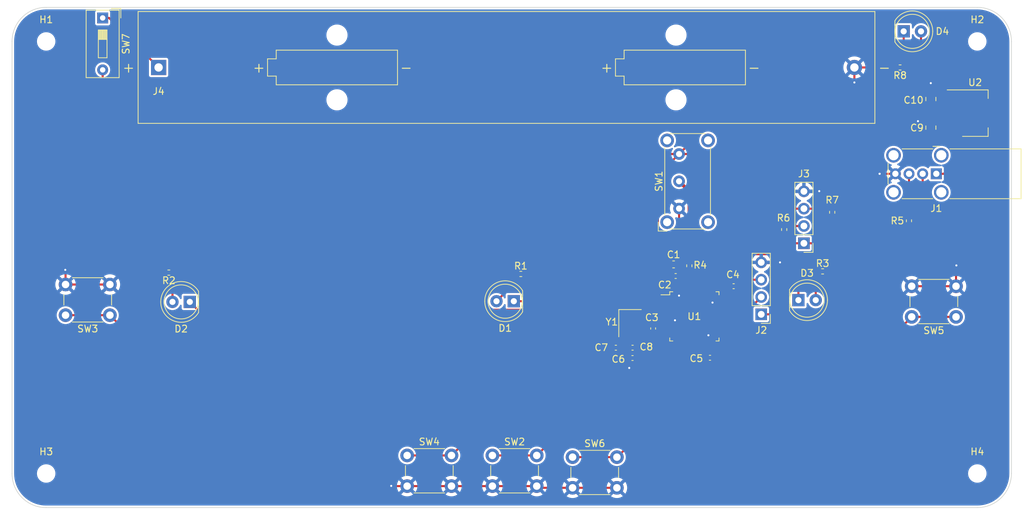
<source format=kicad_pcb>
(kicad_pcb (version 20211014) (generator pcbnew)
  (title_block (title "Chess Clock PCB") (date "2022-08-18") (rev "v1.0") (company "Lesly Montúfar - UFU"))
  (layers (0 "F.Cu" signal) (31 "B.Cu" signal) (34 "B.Paste" user) (35 "F.Paste" user) (36 "B.SilkS" user "B.Silkscreen") (37 "F.SilkS" user "F.Silkscreen") (38 "B.Mask" user) (39 "F.Mask" user) (44 "Edge.Cuts" user))
  (net 0 "")
  (net 1 "+3V3")
  (net 2 "GND")
  (net 3 "VBUS")
  (net 4 "/NRST")
  (net 5 "/HSE_IN")
  (net 6 "/HSE_OUT")
  (net 7 "/LED")
  (net 8 "Net-(D1-Pad2)")
  (net 9 "/LED_J1")
  (net 10 "Net-(D2-Pad2)")
  (net 11 "/LED_J2")
  (net 12 "Net-(D3-Pad2)")
  (net 13 "Net-(D4-Pad1)")
  (net 14 "/USB_D-")
  (net 15 "/SWDIO")
  (net 16 "/SWCLK")
  (net 17 "/I2C1_SCL")
  (net 18 "/I2C1_SDA")
  (net 19 "Net-(R4-Pad1)")
  (net 20 "/BOOT0")
  (net 21 "/BUTTON_J1")
  (net 22 "/BUTTON_J2")
  (net 23 "/USB_D+")
  (net 26 "Net-(J4-Pad1)")
  (net 27 "/BUTTON_PLAY")
  (net 28 "/BUTTON_MINUS")
  (net 44 "/BUTTON_PLUS")
  (footprint "Resistor_SMD:R_0402_1005Metric" (layer "F.Cu") (at 205.2 66.4 180)
    (fp_text reference "R8" (at 0 -1.17) (layer "F.SilkS"))
    (fp_text value "1k5")
    (pad "1" smd roundrect (at -0.51 0 180) (size 0.54 0.64) (layers "F.Cu" "F.Paste" "F.Mask") (net 13 "Net-(D4-Pad1)"))
    (pad "2" smd roundrect (at 0.51 0 180) (size 0.54 0.64) (layers "F.Cu" "F.Paste" "F.Mask") (net 2 "GND"))
  )
  (footprint "MountingHole:MountingHole_2.1mm" (layer "F.Cu") (at 216.52 125.98)
    (fp_text reference "H4" (at 0 -3.2) (layer "F.SilkS"))
    (fp_text value "MountingHole")
    (pad "" np_thru_hole circle (at 0 0) (size 2.1 2.1) (drill 2.1) (layers *.Cu *.Mask))
  )
  (footprint "Button_Switch_THT:SW_DIP_SPSTx01_Slide_9.78x4.72mm_W7.62mm_P2.54mm" (layer "F.Cu") (at 88.3 59.1325 -90)
    (fp_text reference "SW7" (at 3.81 -3.42 90) (layer "F.SilkS"))
    (fp_text value "SW_Push")
    (pad "1" thru_hole rect (at 0 0 270) (size 1.6 1.6) (drill 0.8) (layers *.Cu *.Mask) (net 26 "Net-(J4-Pad1)"))
    (pad "2" thru_hole oval (at 7.62 0 270) (size 1.6 1.6) (drill 0.8) (layers *.Cu *.Mask) (net 1 "+3V3"))
  )
  (footprint "Button_Switch_THT:SW_PUSH_6mm" (layer "F.Cu") (at 157.185 123.58)
    (fp_text reference "SW6" (at 3.25 -2) (layer "F.SilkS"))
    (fp_text value "SW_Push")
    (pad "1" thru_hole circle (at 0 0 90) (size 2 2) (drill 1.1) (layers *.Cu *.Mask) (net 44 "/BUTTON_PLUS"))
    (pad "1" thru_hole circle (at 6.5 0 90) (size 2 2) (drill 1.1) (layers *.Cu *.Mask) (net 44 "/BUTTON_PLUS"))
    (pad "2" thru_hole circle (at 0 4.5 90) (size 2 2) (drill 1.1) (layers *.Cu *.Mask) (net 2 "GND"))
    (pad "2" thru_hole circle (at 6.5 4.5 90) (size 2 2) (drill 1.1) (layers *.Cu *.Mask) (net 2 "GND"))
  )
  (footprint "MountingHole:MountingHole_2.1mm" (layer "F.Cu") (at 80.02 62.58)
    (fp_text reference "H1" (at 0 -3.2) (layer "F.SilkS"))
    (fp_text value "MountingHole")
    (pad "" np_thru_hole circle (at 0 0) (size 2.1 2.1) (drill 2.1) (layers *.Cu *.Mask))
  )
  (footprint "Capacitor_SMD:C_0402_1005Metric" (layer "F.Cu") (at 169 104.7 90)
    (fp_text reference "C3" (at 1.6 -0.2 180) (layer "F.SilkS"))
    (fp_text value "100n")
    (pad "1" smd roundrect (at -0.48 0 90) (size 0.56 0.62) (layers "F.Cu" "F.Paste" "F.Mask") (net 1 "+3V3"))
    (pad "2" smd roundrect (at 0.48 0 90) (size 0.56 0.62) (layers "F.Cu" "F.Paste" "F.Mask") (net 2 "GND"))
  )
  (footprint "Capacitor_SMD:C_0603_1608Metric" (layer "F.Cu") (at 172 95.3)
    (fp_text reference "C1" (at 0 -1.43) (layer "F.SilkS"))
    (fp_text value "10u")
    (pad "1" smd roundrect (at -0.775 0) (size 0.9 0.95) (layers "F.Cu" "F.Paste" "F.Mask") (net 1 "+3V3"))
    (pad "2" smd roundrect (at 0.775 0) (size 0.9 0.95) (layers "F.Cu" "F.Paste" "F.Mask") (net 2 "GND"))
  )
  (footprint "Resistor_SMD:R_0402_1005Metric" (layer "F.Cu") (at 174.3 95.5 -90)
    (fp_text reference "R4" (at -0.1 -1.6) (layer "F.SilkS"))
    (fp_text value "10k")
    (pad "1" smd roundrect (at -0.51 0 270) (size 0.54 0.64) (layers "F.Cu" "F.Paste" "F.Mask") (net 19 "Net-(R4-Pad1)"))
    (pad "2" smd roundrect (at 0.51 0 270) (size 0.54 0.64) (layers "F.Cu" "F.Paste" "F.Mask") (net 20 "/BOOT0"))
  )
  (footprint "Connector_USB:USB_A_Wuerth_614004134726_Horizontal" (layer "F.Cu") (at 210.51 82 180)
    (fp_text reference "J1" (at 0 -5.08) (layer "F.SilkS"))
    (fp_text value "USB_A")
    (pad "1" thru_hole rect (at 0 0 180) (size 1.6 1.6) (drill 0.92) (layers *.Cu *.Mask) (net 3 "VBUS"))
    (pad "2" thru_hole circle (at 2 0 180) (size 1.6 1.6) (drill 0.92) (layers *.Cu *.Mask) (net 14 "/USB_D-"))
    (pad "3" thru_hole circle (at 4 0 180) (size 1.6 1.6) (drill 0.92) (layers *.Cu *.Mask) (net 23 "/USB_D+"))
    (pad "4" thru_hole circle (at 6 0 180) (size 1.6 1.6) (drill 0.92) (layers *.Cu *.Mask) (net 2 "GND"))
    (pad "5" thru_hole circle (at -0.73 2.72 180) (size 2.15 2.15) (drill 1.5) (layers *.Cu *.Mask))
    (pad "5" thru_hole circle (at 6.27 -2.72 180) (size 2.15 2.15) (drill 1.5) (layers *.Cu *.Mask))
    (pad "5" thru_hole circle (at 6.27 2.72 180) (size 2.15 2.15) (drill 1.5) (layers *.Cu *.Mask))
    (pad "5" thru_hole circle (at -0.73 -2.72 180) (size 2.15 2.15) (drill 1.5) (layers *.Cu *.Mask))
  )
  (footprint "Button_Switch_THT:SW_PUSH_6mm" (layer "F.Cu") (at 145.435 123.33)
    (fp_text reference "SW2" (at 3.25 -2) (layer "F.SilkS"))
    (fp_text value "SW_Push")
    (pad "1" thru_hole circle (at 0 0 90) (size 2 2) (drill 1.1) (layers *.Cu *.Mask) (net 27 "/BUTTON_PLAY"))
    (pad "1" thru_hole circle (at 6.5 0 90) (size 2 2) (drill 1.1) (layers *.Cu *.Mask) (net 27 "/BUTTON_PLAY"))
    (pad "2" thru_hole circle (at 6.5 4.5 90) (size 2 2) (drill 1.1) (layers *.Cu *.Mask) (net 2 "GND"))
    (pad "2" thru_hole circle (at 0 4.5 90) (size 2 2) (drill 1.1) (layers *.Cu *.Mask) (net 2 "GND"))
  )
  (footprint "Resistor_SMD:R_0402_1005Metric" (layer "F.Cu") (at 149.6 96.7)
    (fp_text reference "R1" (at 0 -1.17) (layer "F.SilkS"))
    (fp_text value "220")
    (pad "1" smd roundrect (at -0.51 0) (size 0.54 0.64) (layers "F.Cu" "F.Paste" "F.Mask") (net 8 "Net-(D1-Pad2)"))
    (pad "2" smd roundrect (at 0.51 0) (size 0.54 0.64) (layers "F.Cu" "F.Paste" "F.Mask") (net 1 "+3V3"))
  )
  (footprint "Battery:BatteryHolder_MPD_BC12AAPC_2xAA" (layer "F.Cu") (at 96.5 66.4)
    (fp_text reference "J4" (at 0 3.5) (layer "F.SilkS"))
    (fp_text value "Conn_01x02")
    (fp_text user "-" (at 106.4 0) (layer "F.SilkS") (effects (font (size 1.5 1.5))))
    (fp_text user "+" (at 14.705 0) (layer "F.SilkS") (effects (font (size 1.5 1.5))))
    (fp_text user "+" (at 65.705 0) (layer "F.SilkS") (effects (font (size 1.5 1.5))))
    (fp_text user "-" (at 87.295 0) (layer "F.SilkS") (effects (font (size 1.5 1.5))))
    (fp_text user "+" (at -4.4 0) (layer "F.SilkS") (effects (font (size 1.5 1.5))))
    (fp_text user "-" (at 36.295 0) (layer "F.SilkS") (effects (font (size 1.5 1.5))))
    (pad "" np_thru_hole circle (at 75.85 -4.75) (size 2.5 2.5) (drill 2.5) (layers *.Cu *.Mask))
    (pad "" np_thru_hole circle (at 26.15 -4.75) (size 2.5 2.5) (drill 2.5) (layers *.Cu *.Mask))
    (pad "" np_thru_hole circle (at 26.15 4.75) (size 2.5 2.5) (drill 2.5) (layers *.Cu *.Mask))
    (pad "" np_thru_hole circle (at 75.85 4.75) (size 2.5 2.5) (drill 2.5) (layers *.Cu *.Mask))
    (pad "1" thru_hole rect (at 0 0) (size 2.23 2.23) (drill 1.23) (layers *.Cu *.Mask) (net 26 "Net-(J4-Pad1)"))
    (pad "2" thru_hole circle (at 102 0) (size 2.23 2.23) (drill 1.23) (layers *.Cu *.Mask) (net 2 "GND"))
  )
  (footprint "Button_Switch_THT:SW_PUSH_6mm" (layer "F.Cu") (at 132.935 123.33)
    (fp_text reference "SW4" (at 3.25 -2) (layer "F.SilkS"))
    (fp_text value "SW_Push")
    (pad "1" thru_hole circle (at 6.5 0 90) (size 2 2) (drill 1.1) (layers *.Cu *.Mask) (net 28 "/BUTTON_MINUS"))
    (pad "1" thru_hole circle (at 0 0 90) (size 2 2) (drill 1.1) (layers *.Cu *.Mask) (net 28 "/BUTTON_MINUS"))
    (pad "2" thru_hole circle (at 0 4.5 90) (size 2 2) (drill 1.1) (layers *.Cu *.Mask) (net 2 "GND"))
    (pad "2" thru_hole circle (at 6.5 4.5 90) (size 2 2) (drill 1.1) (layers *.Cu *.Mask) (net 2 "GND"))
  )
  (footprint "MountingHole:MountingHole_2.1mm" (layer "F.Cu") (at 216.52 62.58)
    (fp_text reference "H2" (at 0 -3.2) (layer "F.SilkS"))
    (fp_text value "MountingHole")
    (pad "" np_thru_hole circle (at 0 0) (size 2.1 2.1) (drill 2.1) (layers *.Cu *.Mask))
  )
  (footprint "Capacitor_SMD:C_0805_2012Metric" (layer "F.Cu") (at 209.71 75.23 90)
    (fp_text reference "C9" (at -0.03 -2.04) (layer "F.SilkS"))
    (fp_text value "22u")
    (pad "1" smd roundrect (at -0.95 0 90) (size 1 1.45) (layers "F.Cu" "F.Paste" "F.Mask") (net 3 "VBUS"))
    (pad "2" smd roundrect (at 0.95 0 90) (size 1 1.45) (layers "F.Cu" "F.Paste" "F.Mask") (net 2 "GND"))
  )
  (footprint "Resistor_SMD:R_0402_1005Metric" (layer "F.Cu") (at 98 96.5 180)
    (fp_text reference "R2" (at 0 -1.17) (layer "F.SilkS"))
    (fp_text value "220")
    (pad "1" smd roundrect (at -0.51 0 180) (size 0.54 0.64) (layers "F.Cu" "F.Paste" "F.Mask") (net 10 "Net-(D2-Pad2)"))
    (pad "2" smd roundrect (at 0.51 0 180) (size 0.54 0.64) (layers "F.Cu" "F.Paste" "F.Mask") (net 1 "+3V3"))
  )
  (footprint "Capacitor_SMD:C_0805_2012Metric" (layer "F.Cu") (at 209.71 71.03 90)
    (fp_text reference "C10" (at -0.16 -2.54) (layer "F.SilkS"))
    (fp_text value "22u")
    (pad "1" smd roundrect (at -0.95 0 90) (size 1 1.45) (layers "F.Cu" "F.Paste" "F.Mask") (net 1 "+3V3"))
    (pad "2" smd roundrect (at 0.95 0 90) (size 1 1.45) (layers "F.Cu" "F.Paste" "F.Mask") (net 2 "GND"))
  )
  (footprint "Package_TO_SOT_SMD:SOT-223-3_TabPin2" (layer "F.Cu") (at 216.2 73.1)
    (fp_text reference "U2" (at 0 -4.5) (layer "F.SilkS"))
    (fp_text value "AMS1117-3.3")
    (pad "1" smd rect (at -3.15 -2.3) (size 2 1.5) (layers "F.Cu" "F.Paste" "F.Mask") (net 2 "GND"))
    (pad "2" smd rect (at 3.15 0) (size 2 3.8) (layers "F.Cu" "F.Paste" "F.Mask") (net 1 "+3V3"))
    (pad "2" smd rect (at -3.15 0) (size 2 1.5) (layers "F.Cu" "F.Paste" "F.Mask") (net 1 "+3V3"))
    (pad "3" smd rect (at -3.15 2.3) (size 2 1.5) (layers "F.Cu" "F.Paste" "F.Mask") (net 3 "VBUS"))
  )
  (footprint "LED_THT:LED_D5.0mm" (layer "F.Cu") (at 205.725 61.1)
    (fp_text reference "D4" (at 5.675 0) (layer "F.SilkS"))
    (fp_text value "BLUE")
    (pad "1" thru_hole rect (at 0 0) (size 1.8 1.8) (drill 0.9) (layers *.Cu *.Mask) (net 13 "Net-(D4-Pad1)"))
    (pad "2" thru_hole circle (at 2.54 0) (size 1.8 1.8) (drill 0.9) (layers *.Cu *.Mask) (net 1 "+3V3"))
  )
  (footprint "Connector_PinHeader_2.54mm:PinHeader_1x04_P2.54mm_Vertical" (layer "F.Cu") (at 184.8425 102.6225 180)
    (fp_text reference "J2" (at 0 -2.33) (layer "F.SilkS"))
    (fp_text value "Conn_01x04_Male")
    (pad "1" thru_hole rect (at 0 0 180) (size 1.7 1.7) (drill 1) (layers *.Cu *.Mask) (net 1 "+3V3"))
    (pad "2" thru_hole oval (at 0 2.54 180) (size 1.7 1.7) (drill 1) (layers *.Cu *.Mask) (net 15 "/SWDIO"))
    (pad "3" thru_hole oval (at 0 5.08 180) (size 1.7 1.7) (drill 1) (layers *.Cu *.Mask) (net 16 "/SWCLK"))
    (pad "4" thru_hole oval (at 0 7.62 180) (size 1.7 1.7) (drill 1) (layers *.Cu *.Mask) (net 2 "GND"))
  )
  (footprint "Connector_PinHeader_2.54mm:PinHeader_1x04_P2.54mm_Vertical" (layer "F.Cu") (at 191.1 92.2 180)
    (fp_text reference "J3" (at 0 10.2) (layer "F.SilkS"))
    (fp_text value "Conn_01x04_Male")
    (pad "1" thru_hole rect (at 0 0 180) (size 1.7 1.7) (drill 1) (layers *.Cu *.Mask) (net 1 "+3V3"))
    (pad "2" thru_hole oval (at 0 2.54 180) (size 1.7 1.7) (drill 1) (layers *.Cu *.Mask) (net 17 "/I2C1_SCL"))
    (pad "3" thru_hole oval (at 0 5.08 180) (size 1.7 1.7) (drill 1) (layers *.Cu *.Mask) (net 18 "/I2C1_SDA"))
    (pad "4" thru_hole oval (at 0 7.62 180) (size 1.7 1.7) (drill 1) (layers *.Cu *.Mask) (net 2 "GND"))
  )
  (footprint "Resistor_SMD:R_0402_1005Metric" (layer "F.Cu") (at 206.5 88.9 90)
    (fp_text reference "R5" (at 0 -1.7 180) (layer "F.SilkS"))
    (fp_text value "1k5")
    (pad "1" smd roundrect (at -0.51 0 90) (size 0.54 0.64) (layers "F.Cu" "F.Paste" "F.Mask") (net 1 "+3V3"))
    (pad "2" smd roundrect (at 0.51 0 90) (size 0.54 0.64) (layers "F.Cu" "F.Paste" "F.Mask") (net 23 "/USB_D+"))
  )
  (footprint "LED_THT:LED_D5.0mm" (layer "F.Cu") (at 190.2925 100.5425)
    (fp_text reference "D3" (at 1.27 -3.96) (layer "F.SilkS"))
    (fp_text value "GREEN")
    (pad "1" thru_hole rect (at 0 0) (size 1.8 1.8) (drill 0.9) (layers *.Cu *.Mask) (net 11 "/LED_J2"))
    (pad "2" thru_hole circle (at 2.54 0) (size 1.8 1.8) (drill 0.9) (layers *.Cu *.Mask) (net 12 "Net-(D3-Pad2)"))
  )
  (footprint "Button_Switch_THT:SW_PUSH_6mm" (layer "F.Cu") (at 213.4 103 180)
    (fp_text reference "SW5" (at 3.25 -2) (layer "F.SilkS"))
    (fp_text value "SW_Push")
    (pad "1" thru_hole circle (at 6.5 0 270) (size 2 2) (drill 1.1) (layers *.Cu *.Mask) (net 22 "/BUTTON_J2"))
    (pad "1" thru_hole circle (at 0 0 270) (size 2 2) (drill 1.1) (layers *.Cu *.Mask) (net 22 "/BUTTON_J2"))
    (pad "2" thru_hole circle (at 0 4.5 270) (size 2 2) (drill 1.1) (layers *.Cu *.Mask) (net 2 "GND"))
    (pad "2" thru_hole circle (at 6.5 4.5 270) (size 2 2) (drill 1.1) (layers *.Cu *.Mask) (net 2 "GND"))
  )
  (footprint "Package_QFP:LQFP-48_7x7mm_P0.5mm" (layer "F.Cu") (at 175.0425 102.9225)
    (fp_text reference "U1" (at -0.01 0.02) (layer "F.SilkS"))
    (fp_text value "STM32F103C8T6")
    (pad "1" smd roundrect (at -4.1625 -2.75) (size 1.475 0.3) (layers "F.Cu" "F.Paste" "F.Mask") (net 1 "+3V3"))
    (pad "2" smd roundrect (at -4.1625 -2.25) (size 1.475 0.3) (layers "F.Cu" "F.Paste" "F.Mask") (net 7 "/LED"))
    (pad "3" smd roundrect (at -4.1625 -1.75) (size 1.475 0.3) (layers "F.Cu" "F.Paste" "F.Mask") (net 9 "/LED_J1"))
    (pad "4" smd roundrect (at -4.1625 -1.25) (size 1.475 0.3) (layers "F.Cu" "F.Paste" "F.Mask"))
    (pad "5" smd roundrect (at -4.1625 -0.75) (size 1.475 0.3) (layers "F.Cu" "F.Paste" "F.Mask") (net 5 "/HSE_IN"))
    (pad "6" smd roundrect (at -4.1625 -0.25) (size 1.475 0.3) (layers "F.Cu" "F.Paste" "F.Mask") (net 6 "/HSE_OUT"))
    (pad "7" smd roundrect (at -4.1625 0.25) (size 1.475 0.3) (layers "F.Cu" "F.Paste" "F.Mask") (net 4 "/NRST"))
    (pad "8" smd roundrect (at -4.1625 0.75) (size 1.475 0.3) (layers "F.Cu" "F.Paste" "F.Mask") (net 2 "GND"))
    (pad "9" smd roundrect (at -4.1625 1.25) (size 1.475 0.3) (layers "F.Cu" "F.Paste" "F.Mask") (net 1 "+3V3"))
    (pad "10" smd roundrect (at -4.1625 1.75) (size 1.475 0.3) (layers "F.Cu" "F.Paste" "F.Mask"))
    (pad "11" smd roundrect (at -4.1625 2.25) (size 1.475 0.3) (layers "F.Cu" "F.Paste" "F.Mask"))
    (pad "12" smd roundrect (at -4.1625 2.75) (size 1.475 0.3) (layers "F.Cu" "F.Paste" "F.Mask"))
    (pad "13" smd roundrect (at -2.75 4.1625) (size 0.3 1.475) (layers "F.Cu" "F.Paste" "F.Mask") (net 21 "/BUTTON_J1"))
    (pad "14" smd roundrect (at -2.25 4.1625) (size 0.3 1.475) (layers "F.Cu" "F.Paste" "F.Mask") (net 28 "/BUTTON_MINUS"))
    (pad "15" smd roundrect (at -1.75 4.1625) (size 0.3 1.475) (layers "F.Cu" "F.Paste" "F.Mask") (net 27 "/BUTTON_PLAY"))
    (pad "16" smd roundrect (at -1.25 4.1625) (size 0.3 1.475) (layers "F.Cu" "F.Paste" "F.Mask") (net 44 "/BUTTON_PLUS"))
    (pad "17" smd roundrect (at -0.75 4.1625) (size 0.3 1.475) (layers "F.Cu" "F.Paste" "F.Mask"))
    (pad "18" smd roundrect (at -0.25 4.1625) (size 0.3 1.475) (layers "F.Cu" "F.Paste" "F.Mask"))
    (pad "19" smd roundrect (at 0.25 4.1625) (size 0.3 1.475) (layers "F.Cu" "F.Paste" "F.Mask"))
    (pad "20" smd roundrect (at 0.75 4.1625) (size 0.3 1.475) (layers "F.Cu" "F.Paste" "F.Mask"))
    (pad "21" smd roundrect (at 1.25 4.1625) (size 0.3 1.475) (layers "F.Cu" "F.Paste" "F.Mask"))
    (pad "22" smd roundrect (at 1.75 4.1625) (size 0.3 1.475) (layers "F.Cu" "F.Paste" "F.Mask"))
    (pad "23" smd roundrect (at 2.25 4.1625) (size 0.3 1.475) (layers "F.Cu" "F.Paste" "F.Mask") (net 2 "GND"))
    (pad "24" smd roundrect (at 2.75 4.1625) (size 0.3 1.475) (layers "F.Cu" "F.Paste" "F.Mask") (net 1 "+3V3"))
    (pad "25" smd roundrect (at 4.1625 2.75) (size 1.475 0.3) (layers "F.Cu" "F.Paste" "F.Mask"))
    (pad "26" smd roundrect (at 4.1625 2.25) (size 1.475 0.3) (layers "F.Cu" "F.Paste" "F.Mask"))
    (pad "27" smd roundrect (at 4.1625 1.75) (size 1.475 0.3) (layers "F.Cu" "F.Paste" "F.Mask"))
    (pad "28" smd roundrect (at 4.1625 1.25) (size 1.475 0.3) (layers "F.Cu" "F.Paste" "F.Mask") (net 22 "/BUTTON_J2"))
    (pad "29" smd roundrect (at 4.1625 0.75) (size 1.475 0.3) (layers "F.Cu" "F.Paste" "F.Mask"))
    (pad "30" smd roundrect (at 4.1625 0.25) (size 1.475 0.3) (layers "F.Cu" "F.Paste" "F.Mask"))
    (pad "31" smd roundrect (at 4.1625 -0.25) (size 1.475 0.3) (layers "F.Cu" "F.Paste" "F.Mask"))
    (pad "32" smd roundrect (at 4.1625 -0.75) (size 1.475 0.3) (layers "F.Cu" "F.Paste" "F.Mask") (net 14 "/USB_D-"))
    (pad "33" smd roundrect (at 4.1625 -1.25) (size 1.475 0.3) (layers "F.Cu" "F.Paste" "F.Mask") (net 23 "/USB_D+"))
    (pad "34" smd roundrect (at 4.1625 -1.75) (size 1.475 0.3) (layers "F.Cu" "F.Paste" "F.Mask") (net 15 "/SWDIO"))
    (pad "35" smd roundrect (at 4.1625 -2.25) (size 1.475 0.3) (layers "F.Cu" "F.Paste" "F.Mask") (net 2 "GND"))
    (pad "36" smd roundrect (at 4.1625 -2.75) (size 1.475 0.3) (layers "F.Cu" "F.Paste" "F.Mask") (net 1 "+3V3"))
    (pad "37" smd roundrect (at 2.75 -4.1625) (size 0.3 1.475) (layers "F.Cu" "F.Paste" "F.Mask") (net 16 "/SWCLK"))
    (pad "38" smd roundrect (at 2.25 -4.1625) (size 0.3 1.475) (layers "F.Cu" "F.Paste" "F.Mask"))
    (pad "39" smd roundrect (at 1.75 -4.1625) (size 0.3 1.475) (layers "F.Cu" "F.Paste" "F.Mask") (net 11 "/LED_J2"))
    (pad "40" smd roundrect (at 1.25 -4.1625) (size 0.3 1.475) (layers "F.Cu" "F.Paste" "F.Mask"))
    (pad "41" smd roundrect (at 0.75 -4.1625) (size 0.3 1.475) (layers "F.Cu" "F.Paste" "F.Mask"))
    (pad "42" smd roundrect (at 0.25 -4.1625) (size 0.3 1.475) (layers "F.Cu" "F.Paste" "F.Mask") (net 17 "/I2C1_SCL"))
    (pad "43" smd roundrect (at -0.25 -4.1625) (size 0.3 1.475) (layers "F.Cu" "F.Paste" "F.Mask") (net 18 "/I2C1_SDA"))
    (pad "44" smd roundrect (at -0.75 -4.1625) (size 0.3 1.475) (layers "F.Cu" "F.Paste" "F.Mask") (net 20 "/BOOT0"))
    (pad "45" smd roundrect (at -1.25 -4.1625) (size 0.3 1.475) (layers "F.Cu" "F.Paste" "F.Mask"))
    (pad "46" smd roundrect (at -1.75 -4.1625) (size 0.3 1.475) (layers "F.Cu" "F.Paste" "F.Mask"))
    (pad "47" smd roundrect (at -2.25 -4.1625) (size 0.3 1.475) (layers "F.Cu" "F.Paste" "F.Mask") (net 2 "GND"))
    (pad "48" smd roundrect (at -2.75 -4.1625) (size 0.3 1.475) (layers "F.Cu" "F.Paste" "F.Mask") (net 1 "+3V3"))
  )
  (footprint "Capacitor_SMD:C_0402_1005Metric" (layer "F.Cu") (at 172.3 97)
    (fp_text reference "C2" (at -1.6 1.3) (layer "F.SilkS"))
    (fp_text value "100n")
    (pad "1" smd roundrect (at -0.48 0) (size 0.56 0.62) (layers "F.Cu" "F.Paste" "F.Mask") (net 1 "+3V3"))
    (pad "2" smd roundrect (at 0.48 0) (size 0.56 0.62) (layers "F.Cu" "F.Paste" "F.Mask") (net 2 "GND"))
  )
  (footprint "Resistor_SMD:R_0402_1005Metric" (layer "F.Cu") (at 193.8425 96.3225)
    (fp_text reference "R3" (at 0 -1.17) (layer "F.SilkS"))
    (fp_text value "220")
    (pad "1" smd roundrect (at -0.51 0) (size 0.54 0.64) (layers "F.Cu" "F.Paste" "F.Mask") (net 12 "Net-(D3-Pad2)"))
    (pad "2" smd roundrect (at 0.51 0) (size 0.54 0.64) (layers "F.Cu" "F.Paste" "F.Mask") (net 1 "+3V3"))
  )
  (footprint "Capacitor_SMD:C_0402_1005Metric" (layer "F.Cu") (at 180.8 98.5)
    (fp_text reference "C4" (at -0.1 -1.7 180) (layer "F.SilkS"))
    (fp_text value "100n")
    (pad "1" smd roundrect (at -0.48 0) (size 0.56 0.62) (layers "F.Cu" "F.Paste" "F.Mask") (net 1 "+3V3"))
    (pad "2" smd roundrect (at 0.48 0) (size 0.56 0.62) (layers "F.Cu" "F.Paste" "F.Mask") (net 2 "GND"))
  )
  (footprint "Crystal:Crystal_SMD_3225-4Pin_3.2x2.5mm" (layer "F.Cu") (at 165.6125 103.9225 -90)
    (fp_text reference "Y1" (at -0.18 2.68 180) (layer "F.SilkS"))
    (fp_text value "16MHz")
    (pad "1" smd rect (at -1.1 0.85 270) (size 1.4 1.2) (layers "F.Cu" "F.Paste" "F.Mask") (net 5 "/HSE_IN"))
    (pad "2" smd rect (at 1.1 0.85 270) (size 1.4 1.2) (layers "F.Cu" "F.Paste" "F.Mask") (net 2 "GND"))
    (pad "3" smd rect (at 1.1 -0.85 270) (size 1.4 1.2) (layers "F.Cu" "F.Paste" "F.Mask") (net 6 "/HSE_OUT"))
    (pad "4" smd rect (at -1.1 -0.85 270) (size 1.4 1.2) (layers "F.Cu" "F.Paste" "F.Mask") (net 2 "GND"))
  )
  (footprint "Capacitor_SMD:C_0402_1005Metric" (layer "F.Cu") (at 165.9725 109.0325 180)
    (fp_text reference "C6" (at 2.0725 -0.1675 180) (layer "F.SilkS"))
    (fp_text value "100n")
    (pad "1" smd roundrect (at -0.48 0 180) (size 0.56 0.62) (layers "F.Cu" "F.Paste" "F.Mask") (net 4 "/NRST"))
    (pad "2" smd roundrect (at 0.48 0 180) (size 0.56 0.62) (layers "F.Cu" "F.Paste" "F.Mask") (net 2 "GND"))
  )
  (footprint "Button_Switch_THT:SW_E-Switch_EG1224_SPDT_Angled" (layer "F.Cu") (at 172.8 87.1 90)
    (fp_text reference "SW1" (at 4 -2.95 90) (layer "F.SilkS"))
    (fp_text value "SW_SPDT")
    (pad "" thru_hole circle (at 10 4.25 90) (size 2 2) (drill 1.2) (layers *.Cu *.Mask))
    (pad "" thru_hole circle (at -2 -1.75 90) (size 2 2) (drill 1.2) (layers *.Cu *.Mask))
    (pad "" thru_hole circle (at -2 4.25 90) (size 2 2) (drill 1.2) (layers *.Cu *.Mask))
    (pad "" thru_hole circle (at 10 -1.75 90) (size 2 2) (drill 1.2) (layers *.Cu *.Mask))
    (pad "1" thru_hole circle (at 0 0 90) (size 1.7 1.7) (drill 0.9) (layers *.Cu *.Mask) (net 2 "GND"))
    (pad "2" thru_hole circle (at 4 0 90) (size 1.7 1.7) (drill 0.9) (layers *.Cu *.Mask) (net 19 "Net-(R4-Pad1)"))
    (pad "3" thru_hole circle (at 8 0 90) (size 1.7 1.7) (drill 0.9) (layers *.Cu *.Mask) (net 1 "+3V3"))
  )
  (footprint "LED_THT:LED_D5.0mm" (layer "F.Cu") (at 101.075 100.8 180)
    (fp_text reference "D2" (at 1.27 -3.96) (layer "F.SilkS"))
    (fp_text value "GREEN")
    (pad "1" thru_hole rect (at 0 0 180) (size 1.8 1.8) (drill 0.9) (layers *.Cu *.Mask) (net 9 "/LED_J1"))
    (pad "2" thru_hole circle (at 2.54 0 180) (size 1.8 1.8) (drill 0.9) (layers *.Cu *.Mask) (net 10 "Net-(D2-Pad2)"))
  )
  (footprint "Capacitor_SMD:C_0402_1005Metric" (layer "F.Cu") (at 177.3325 109 180)
    (fp_text reference "C5" (at 2 -0.1) (layer "F.SilkS"))
    (fp_text value "100n")
    (pad "1" smd roundrect (at -0.48 0 180) (size 0.56 0.62) (layers "F.Cu" "F.Paste" "F.Mask") (net 1 "+3V3"))
    (pad "2" smd roundrect (at 0.48 0 180) (size 0.56 0.62) (layers "F.Cu" "F.Paste" "F.Mask") (net 2 "GND"))
  )
  (footprint "Resistor_SMD:R_0402_1005Metric" (layer "F.Cu") (at 188.21 90.18 -90)
    (fp_text reference "R6" (at -1.7 0.1) (layer "F.SilkS"))
    (fp_text value "1k5")
    (pad "1" smd roundrect (at -0.51 0 270) (size 0.54 0.64) (layers "F.Cu" "F.Paste" "F.Mask") (net 17 "/I2C1_SCL"))
    (pad "2" smd roundrect (at 0.51 0 270) (size 0.54 0.64) (layers "F.Cu" "F.Paste" "F.Mask") (net 1 "+3V3"))
  )
  (footprint "Capacitor_SMD:C_0402_1005Metric" (layer "F.Cu") (at 163.5325 107.5225)
    (fp_text reference "C7" (at -2.1325 -0.0225) (layer "F.SilkS"))
    (fp_text value "10p")
    (pad "1" smd roundrect (at -0.48 0) (size 0.56 0.62) (layers "F.Cu" "F.Paste" "F.Mask") (net 5 "/HSE_IN"))
    (pad "2" smd roundrect (at 0.48 0) (size 0.56 0.62) (layers "F.Cu" "F.Paste" "F.Mask") (net 2 "GND"))
  )
  (footprint "LED_THT:LED_D5.0mm" (layer "F.Cu") (at 148.575 100.7 180)
    (fp_text reference "D1" (at 1.27 -3.96) (layer "F.SilkS"))
    (fp_text value "RED")
    (pad "1" thru_hole rect (at 0 0 180) (size 1.8 1.8) (drill 0.9) (layers *.Cu *.Mask) (net 7 "/LED"))
    (pad "2" thru_hole circle (at 2.54 0 180) (size 1.8 1.8) (drill 0.9) (layers *.Cu *.Mask) (net 8 "Net-(D1-Pad2)"))
  )
  (footprint "Capacitor_SMD:C_0402_1005Metric" (layer "F.Cu") (at 165.9825 107.5225 180)
    (fp_text reference "C8" (at -2.0175 0.1225 180) (layer "F.SilkS"))
    (fp_text value "10p")
    (pad "1" smd roundrect (at -0.48 0 180) (size 0.56 0.62) (layers "F.Cu" "F.Paste" "F.Mask") (net 6 "/HSE_OUT"))
    (pad "2" smd roundrect (at 0.48 0 180) (size 0.56 0.62) (layers "F.Cu" "F.Paste" "F.Mask") (net 2 "GND"))
  )
  (footprint "Resistor_SMD:R_0402_1005Metric" (layer "F.Cu") (at 195.2475 87.6475 -90)
    (fp_text reference "R7" (at -1.8 0) (layer "F.SilkS"))
    (fp_text value "1k5")
    (pad "1" smd roundrect (at -0.51 0 270) (size 0.54 0.64) (layers "F.Cu" "F.Paste" "F.Mask") (net 18 "/I2C1_SDA"))
    (pad "2" smd roundrect (at 0.51 0 270) (size 0.54 0.64) (layers "F.Cu" "F.Paste" "F.Mask") (net 1 "+3V3"))
  )
  (footprint "MountingHole:MountingHole_2.1mm" (layer "F.Cu") (at 80.02 125.98)
    (fp_text reference "H3" (at 0 -3.2) (layer "F.SilkS"))
    (fp_text value "MountingHole")
    (pad "" np_thru_hole circle (at 0 0) (size 2.1 2.1) (drill 2.1) (layers *.Cu *.Mask))
  )
  (footprint "Button_Switch_THT:SW_PUSH_6mm" (layer "F.Cu") (at 89.36 102.75 180)
    (fp_text reference "SW3" (at 3.25 -2) (layer "F.SilkS"))
    (fp_text value "SW_Push")
    (pad "1" thru_hole circle (at 0 0 270) (size 2 2) (drill 1.1) (layers *.Cu *.Mask) (net 21 "/BUTTON_J1"))
    (pad "1" thru_hole circle (at 6.5 0 270) (size 2 2) (drill 1.1) (layers *.Cu *.Mask) (net 21 "/BUTTON_J1"))
    (pad "2" thru_hole circle (at 0 4.5 270) (size 2 2) (drill 1.1) (layers *.Cu *.Mask) (net 2 "GND"))
    (pad "2" thru_hole circle (at 6.5 4.5 270) (size 2 2) (drill 1.1) (layers *.Cu *.Mask) (net 2 "GND"))
  )
  (gr_line (start 80.02 130.98) (end 216.52 130.98) (layer "Edge.Cuts") (width 0.1))
  (gr_arc (start 221.52 125.98) (mid 220.055534 129.515534) (end 216.52 130.98) (layer "Edge.Cuts") (width 0.1))
  (gr_arc (start 75.02 62.58) (mid 76.484466 59.044466) (end 80.02 57.58) (layer "Edge.Cuts") (width 0.1))
  (gr_line (start 221.52 125.98) (end 221.52 62.58) (layer "Edge.Cuts") (width 0.1))
  (gr_line (start 75.02 125.98) (end 75.02 62.58) (layer "Edge.Cuts") (width 0.1))
  (gr_arc (start 216.52 57.58) (mid 220.055534 59.044466) (end 221.52 62.58) (layer "Edge.Cuts") (width 0.1))
  (gr_line (start 80.02 57.58) (end 216.52 57.58) (layer "Edge.Cuts") (width 0.1))
  (gr_arc (start 80.02 130.98) (mid 76.478582 129.521417) (end 75.02 125.98) (layer "Edge.Cuts") (width 0.1))
  (segment (start 194.3525 96.3225) (end 195.765 94.91) (width 0.3) (layer "F.Cu") (net 1))
  (segment (start 171.82 97) (end 171.8 97) (width 0.3) (layer "F.Cu") (net 1))
  (segment (start 171.2 95.3) (end 169.7 93.8) (width 0.3) (layer "F.Cu") (net 1))
  (segment (start 176.5 101.2) (end 176.310252 101.010252) (width 0.3) (layer "F.Cu") (net 1))
  (segment (start 150.11 96.51) (end 150.11 96.7) (width 0.3) (layer "F.Cu") (net 1))
  (segment (start 167.4075 96.7) (end 170.88 100.1725) (width 0.3) (layer "F.Cu") (net 1))
  (segment (start 191.1 92.2) (end 189.72 92.2) (width 0.3) (layer "F.Cu") (net 1))
  (segment (start 201 94.91) (end 193.2875 102.6225) (width 0.3) (layer "F.Cu") (net 1))
  (segment (start 189.72 92.2) (end 188.21 90.69) (width 0.3) (layer "F.Cu") (net 1))
  (segment (start 208.265 70.535) (end 208.265 61.1) (width 0.3) (layer "F.Cu") (net 1))
  (segment (start 177.799511 107.077989) (end 177.799511 102.499511) (width 0.3) (layer "F.Cu") (net 1))
  (segment (start 179.205 99.595) (end 179.205 100.1725) (width 0.3) (layer "F.Cu") (net 1))
  (segment (start 169.042285 105.18) (end 169.79298 104.429305) (width 0.3) (layer "F.Cu") (net 1))
  (segment (start 177.1275 100.1725) (end 176.5 100.8) (width 0.3) (layer "F.Cu") (net 1))
  (segment (start 210.83 73.1) (end 213.05 73.1) (width 0.3) (layer "F.Cu") (net 1))
  (segment (start 171.717861 100.1725) (end 172.535109 100.989748) (width 0.3) (layer "F.Cu") (net 1))
  (segment (start 171.882761 104.17202) (end 171.910252 104.199511) (width 0.3) (layer "F.Cu") (net 1))
  (segment (start 172.535109 100.989748) (end 176.310252 100.989748) (width 0.3) (layer "F.Cu") (net 1))
  (segment (start 196.01 94.91) (end 196.31 94.91) (width 0.3) (layer "F.Cu") (net 1))
  (segment (start 195.2 79.1) (end 205.51 89.41) (width 0.3) (layer "F.Cu") (net 1))
  (segment (start 170.88 100.1725) (end 171.717861 100.1725) (width 0.3) (layer "F.Cu") (net 1))
  (segment (start 201 94.91) (end 206.5 89.41) (width 0.3) (layer "F.Cu") (net 1))
  (segment (start 179.205 100.1725) (end 177.1275 100.1725) (width 0.3) (layer "F.Cu") (net 1))
  (segment (start 88.3 88.2) (end 88.3 74.8) (width 0.3) (layer "F.Cu") (net 1))
  (segment (start 195.2475 88.1575) (end 195.2475 90.6525) (width 0.3) (layer "F.Cu") (net 1))
  (segment (start 88.3 74.8) (end 88.3 66.7525) (width 0.3) (layer "F.Cu") (net 1))
  (segment (start 209.71 71.98) (end 179.92 71.98) (width 0.3) (layer "F.Cu") (net 1))
  (segment (start 169.79298 104.421659) (end 170.042619 104.17202) (width 0.3) (layer "F.Cu") (net 1))
  (segment (start 195.2475 90.6525) (end 193.7 92.2) (width 0.3) (layer "F.Cu") (net 1))
  (segment (start 213.05 73.1) (end 219.35 73.1) (width 0.3) (layer "F.Cu") (net 1))
  (segment (start 96.6 96.5) (end 88.3 88.2) (width 0.3) (layer "F.Cu") (net 1))
  (segment (start 176.000489 104.199511) (end 177.7 102.5) (width 0.3) (layer "F.Cu") (net 1))
  (segment (start 176.5 100.8) (end 176.5 101.2) (width 0.3) (layer "F.Cu") (net 1))
  (segment (start 180.3 98.5) (end 179.205 99.595) (width 0.3) (layer "F.Cu") (net 1))
  (segment (start 171.910252 104.199511) (end 176.000489 104.199511) (width 0.3) (layer "F.Cu") (net 1))
  (segment (start 169.79298 104.429305) (end 169.79298 104.421659) (width 0.3) (layer "F.Cu") (net 1))
  (segment (start 177.7925 107.085) (end 177.799511 107.077989) (width 0.3) (layer "F.Cu") (net 1))
  (segment (start 171.1 96.3) (end 171.1 95.425) (width 0.3) (layer "F.Cu") (net 1))
  (segment (start 170.042619 104.17202) (end 171.882761 104.17202) (width 0.3) (layer "F.Cu") (net 1))
  (segment (start 169.7 82.2) (end 172.8 79.1) (width 0.3) (layer "F.Cu") (net 1))
  (segment (start 171.8 97) (end 171.1 96.3) (width 0.3) (layer "F.Cu") (net 1))
  (segment (start 171.82 97) (end 171.82 98.2875) (width 0.3) (layer "F.Cu") (net 1))
  (segment (start 196.31 94.81) (end 196.31 94.91) (width 0.3) (layer "F.Cu") (net 1))
  (segment (start 172.8 79.1) (end 92.6 79.1) (width 0.3) (layer "F.Cu") (net 1))
  (segment (start 196.31 94.91) (end 201 94.91) (width 0.3) (layer "F.Cu") (net 1))
  (segment (start 171.82 98.2875) (end 172.2925 98.76) (width 0.3) (layer "F.Cu") (net 1))
  (segment (start 195.765 94.91) (end 196.01 94.91) (width 0.3) (layer "F.Cu") (net 1))
  (segment (start 209.71 71.98) (end 208.265 70.535) (width 0.3) (layer "F.Cu") (net 1))
  (segment (start 205.51 89.41) (end 206.5 89.41) (width 0.3) (layer "F.Cu") (net 1))
  (segment (start 169.7 93.8) (end 169.7 82.2) (width 0.3) (layer "F.Cu") (net 1))
  (segment (start 98.79 95.2) (end 148.8 95.2) (width 0.3) (layer "F.Cu") (net 1))
  (segment (start 193.2875 102.6225) (end 184.8425 102.6225) (width 0.3) (layer "F.Cu") (net 1))
  (segment (start 179.92 71.98) (end 172.8 79.1) (width 0.3) (layer "F.Cu") (net 1))
  (segment (start 97.49 96.5) (end 98.79 95.2) (width 0.3) (layer "F.Cu") (net 1))
  (segment (start 180.32 98.5) (end 180.3 98.5) (width 0.3) (layer "F.Cu") (net 1))
  (segment (start 172.8 79.1) (end 195.2 79.1) (width 0.3) (layer "F.Cu") (net 1))
  (segment (start 171.1 95.425) (end 171.225 95.3) (width 0.3) (layer "F.Cu") (net 1))
  (segment (start 171.225 95.3) (end 171.2 95.3) (width 0.3) (layer "F.Cu") (net 1))
  (segment (start 176.310252 101.010252) (end 176.310252 100.989748) (width 0.3) (layer "F.Cu") (net 1))
  (segment (start 171.225 95.3) (end 171.1 95.3) (width 0.3) (layer "F.Cu") (net 1))
  (segment (start 193.7 92.2) (end 196.31 94.81) (width 0.3) (layer "F.Cu") (net 1))
  (segment (start 148.8 95.2) (end 150.11 96.51) (width 0.3) (layer "F.Cu") (net 1))
  (segment (start 191.1 92.2) (end 193.7 92.2) (width 0.3) (layer "F.Cu") (net 1))
  (segment (start 150.11 96.7) (end 167.4075 96.7) (width 0.3) (layer "F.Cu") (net 1))
  (segment (start 177.8125 109) (end 177.8125 107.105) (width 0.3) (layer "F.Cu") (net 1))
  (segment (start 177.799511 102.499511) (end 176.5 101.2) (width 0.3) (layer "F.Cu") (net 1))
  (segment (start 169 105.28) (end 169.042285 105.28) (width 0.3) (layer "F.Cu") (net 1))
  (segment (start 169 105.18) (end 169.042285 105.18) (width 0.3) (layer "F.Cu") (net 1))
  (segment (start 92.6 79.1) (end 88.3 74.8) (width 0.3) (layer "F.Cu") (net 1))
  (segment (start 209.71 71.98) (end 210.83 73.1) (width 0.3) (layer "F.Cu") (net 1))
  (segment (start 97.49 96.5) (end 96.6 96.5) (width 0.3) (layer "F.Cu") (net 1))
  (segment (start 177.8125 107.105) (end 177.7925 107.085) (width 0.3) (layer "F.Cu") (net 1))
  (segment (start 177.2925 105.8925) (end 177.1 105.7) (width 0.3) (layer "F.Cu") (net 2))
  (segment (start 172.78 95.305) (end 172.775 95.3) (width 0.3) (layer "F.Cu") (net 2))
  (segment (start 157.185 128.08) (end 152.185 128.08) (width 0.3) (layer "F.Cu") (net 2))
  (segment (start 172.775 96.995) (end 172.78 97) (width 0.3) (layer "F.Cu") (net 2))
  (segment (start 181.28 99.435361) (end 180.042861 100.6725) (width 0.3) (layer "F.Cu") (net 2))
  (segment (start 184.8425 95.0025) (end 187.5975 95.0025) (width 0.5) (layer "F.Cu") (net 2))
  (segment (start 177.2925 107.085) (end 177.2925 105.8925) (width 0.3) (layer "F.Cu") (net 2))
  (segment (start 165.5 110.5) (end 165.4925 110.4925) (width 0.3) (layer "F.Cu") (net 2))
  (segment (start 177.3 105.7) (end 177.1 105.7) (width 0.3) (layer "F.Cu") (net 2))
  (segment (start 165.4925 109.0325) (end 165.4925 107.5325) (width 0.3) (layer "F.Cu") (net 2))
  (segment (start 213.05 70.8) (end 210.43 70.8) (width 0.3) (layer "F.Cu") (net 2))
  (segment (start 209.71 68.71) (end 209.7 68.7) (width 0.3) (layer "F.Cu") (net 2))
  (segment (start 89.36 98.25) (end 82.86 98.25) (width 0.3) (layer "F.Cu") (net 2))
  (segment (start 165.4925 109.0325) (end 165.4925 110.4925) (width 0.3) (layer "F.Cu") (net 2))
  (segment (start 152.185 128.08) (end 151.935 127.83) (width 0.3) (layer "F.Cu") (net 2))
  (segment (start 204.51 82) (end 202.2 82) (width 0.3) (layer "F.Cu") (net 2))
  (segment (start 172.7925 97.0125) (end 172.7925 98.76) (width 0.3) (layer "F.Cu") (net 2))
  (segment (start 145.435 127.83) (end 151.935 127.83) (width 0.3) (layer "F.Cu") (net 2))
  (segment (start 177.2925 108.1075) (end 176.8525 108.5475) (width 0.3) (layer "F.Cu") (net 2))
  (segment (start 172.791179 99.808821) (end 172.791179 99.8813) (width 0.3) (layer "F.Cu") (net 2))
  (segment (start 204.69 66.4) (end 198.5 66.4) (width 0.3) (layer "F.Cu") (net 2))
  (segment (start 164.0125 105.7725) (end 164.7625 105.0225) (width 0.3) (layer "F.Cu") (net 2))
  (segment (start 172.78 97) (end 172.7925 97.0125) (width 0.3) (layer "F.Cu") (net 2))
  (segment (start 172.7925 98.76) (end 172.7925 99.7925) (width 0.3) (layer "F.Cu") (net 2))
  (segment (start 172.78 97) (end 172.78 95.305) (width 0.3) (layer "F.Cu") (net 2))
  (segment (start 132.935 127.83) (end 139.435 127.83) (width 0.3) (layer "F.Cu") (net 2))
  (segment (start 187.6 95) (end 187.5975 95.0025) (width 0.5) (layer "F.Cu") (net 2))
  (segment (start 169 104.3) (end 169.6275 103.6725) (width 0.3) (layer "F.Cu") (net 2))
  (segment (start 164.7625 104.723478) (end 166.4625 103.023478) (width 0.3) (layer "F.Cu") (net 2))
  (segment (start 181.28 98.5) (end 181.28 99.435361) (width 0.3) (layer "F.Cu") (net 2))
  (segment (start 164.0125 107.5225) (end 164.0125 105.7725) (width 0.3) (layer "F.Cu") (net 2))
  (segment (start 82.86 98.25) (end 82.86 96.14) (width 0.3) (layer "F.Cu") (net 2))
  (segment (start 157.185 128.08) (end 163.685 128.08) (width 0.3) (layer "F.Cu") (net 2))
  (segment (start 198.5 66.4) (end 198.5 68.6) (width 0.3) (layer "F.Cu") (net 2))
  (segment (start 172.8 95.275) (end 172.8 87.1) (width 0.3) (layer "F.Cu") (net 2))
  (segment (start 210.43 70.8) (end 209.71 70.08) (width 0.3) (layer "F.Cu") (net 2))
  (segment (start 172.8 99.8) (end 172.791179 99.808821) (width 0.3) (layer "F.Cu") (net 2))
  (segment (start 82.86 96.14) (end 82.82 96.1) (width 0.3) (layer "F.Cu") (net 2))
  (segment (start 172.7925 99.7925) (end 172.8 99.8) (width 0.3) (layer "F.Cu") (net 2))
  (segment (start 172.775 95.3) (end 172.8 95.275) (width 0.3) (layer "F.Cu") (net 2))
  (segment (start 209.71 74.28) (end 207.82 74.28) (width 0.3) (layer "F.Cu") (net 2))
  (segment (start 132.935 127.83) (end 130.63 127.83) (width 0.3) (layer "F.Cu") (net 2))
  (segment (start 130.63 127.83) (end 130.6 127.8) (width 0.3) (layer "F.Cu") (net 2))
  (segment (start 172.8 97.02) (end 172.78 97) (width 0.3) (layer "F.Cu") (net 2))
  (segment (start 213.4 98.5) (end 213.4 95.5) (width 0.3) (layer "F.Cu") (net 2))
  (segment (start 172.0275 103.6725) (end 170.88 103.6725) (width 0.3) (layer "F.Cu") (net 2))
  (segment (start 172.2 103.5) (end 172.0275 103.6725) (width 0.3) (layer "F.Cu") (net 2))
  (segment (start 165.4925 107.5325) (end 165.5025 107.5225) (width 0.3) (layer "F.Cu") (net 2))
  (segment (start 164.0125 107.5225) (end 165.5025 107.5225) (width 0.3) (layer "F.Cu") (net 2))
  (segment (start 209.71 70.08) (end 209.71 68.71) (width 0.3) (layer "F.Cu") (net 2))
  (segment (start 207.8 74.3) (end 207.82 74.28) (width 0.3) (layer "F.Cu") (net 2))
  (segment (start 213.4 95.5) (end 213.45 95.45) (width 0.3) (layer "F.Cu") (net 2))
  (segment (start 180.042861 100.6725) (end 179.205 100.6725) (width 0.3) (layer "F.Cu") (net 2))
  (segment (start 169 104.32) (end 169 104.3) (width 0.3) (layer "F.Cu") (net 2))
  (segment (start 177.7 100.9) (end 177.9275 100.6725) (width 0.3) (layer "F.Cu") (net 2))
  (segment (start 177.9275 100.6725) (end 179.205 100.6725) (width 0.3) (layer "F.Cu") (net 2))
  (segment (start 177.2925 107.085) (end 177.2925 108.1075) (width 0.3) (layer "F.Cu") (net 2))
  (segment (start 172.775 95.3) (end 172.5 95.025) (width 0.3) (layer "F.Cu") (net 2))
  (segment (start 176.8525 108.5475) (end 176.8525 109) (width 0.3) (layer "F.Cu") (net 2))
  (segment (start 206.9 98.5) (end 213.4 98.5) (width 0.3) (layer "F.Cu") (net 2))
  (segment (start 169.6275 103.6725) (end 170.88 103.6725) (width 0.3) (layer "F.Cu") (net 2))
  (segment (start 145.435 127.83) (end 139.435 127.83) (width 0.3) (layer "F.Cu") (net 2))
  (segment (start 166.4625 103.023478) (end 166.4625 102.8225) (width 0.3) (layer "F.Cu") (net 2))
  (segment (start 164.7625 105.0225) (end 164.7625 104.723478) (width 0.3) (layer "F.Cu") (net 2))
  (via (at 130.6 127.8) (size 0.7) (drill 0.3) (layers "F.Cu" "B.Cu") (net 2))
  (via (at 213.45 95.45) (size 0.7) (drill 0.3) (layers "F.Cu" "B.Cu") (net 2))
  (via (at 198.5 68.6) (size 0.7) (drill 0.3) (layers "F.Cu" "B.Cu") (net 2))
  (via (at 202.2 82) (size 0.7) (drill 0.3) (layers "F.Cu" "B.Cu") (net 2))
  (via (at 165.4925 110.4925) (size 0.7) (drill 0.3) (layers "F.Cu" "B.Cu") (net 2))
  (via (at 82.82 96.1) (size 0.7) (drill 0.3) (layers "F.Cu" "B.Cu") (net 2))
  (via (at 177.1 105.7) (size 0.7) (drill 0.3) (layers "F.Cu" "B.Cu") (net 2))
  (via (at 172.791179 99.8813) (size 0.7) (drill 0.3) (layers "F.Cu" "B.Cu") (net 2))
  (via (at 193.3475 84.5475) (size 0.7) (drill 0.3) (layers "F.Cu" "B.Cu") (net 2))
  (via (at 202.2 82) (size 0.7) (drill 0.3) (layers "F.Cu" "B.Cu") (net 2))
  (via (at 209.7 68.7) (size 0.7) (drill 0.3) (layers "F.Cu" "B.Cu") (net 2))
  (via (at 177.7 100.9) (size 0.7) (drill 0.3) (layers "F.Cu" "B.Cu") (net 2))
  (via (at 187.5975 95.0025) (size 0.7) (drill 0.3) (layers "F.Cu" "B.Cu") (net 2))
  (via (at 172.2 103.5) (size 0.7) (drill 0.3) (layers "F.Cu" "B.Cu") (net 2))
  (via (at 207.82 74.28) (size 0.7) (drill 0.3) (layers "F.Cu" "B.Cu") (net 2))
  (segment (start 191.1 84.58) (end 193.315 84.58) (width 0.5) (layer "B.Cu") (net 2))
  (segment (start 193.315 84.58) (end 193.3475 84.5475) (width 0.5) (layer "B.Cu") (net 2))
  (segment (start 213.05 80.56) (end 211.61 82) (width 0.3) (layer "F.Cu") (net 3))
  (segment (start 213.05 75.4) (end 213.05 80.56) (width 0.3) (layer "F.Cu") (net 3))
  (segment (start 210.49 75.4) (end 209.71 76.18) (width 0.3) (layer "F.Cu") (net 3))
  (segment (start 213.05 75.4) (end 210.49 75.4) (width 0.3) (layer "F.Cu") (net 3))
  (segment (start 211.61 82) (end 210.51 82) (width 0.3) (layer "F.Cu") (net 3))
  (segment (start 167.9 104.317715) (end 167.9 108.1) (width 0.3) (layer "F.Cu") (net 4))
  (segment (start 166.9675 109.0325) (end 166.4525 109.0325) (width 0.3) (layer "F.Cu") (net 4))
  (segment (start 170.88 103.1725) (end 169.045215 103.1725) (width 0.3) (layer "F.Cu") (net 4))
  (segment (start 169.045215 103.1725) (end 167.9 104.317715) (width 0.3) (layer "F.Cu") (net 4))
  (segment (start 167.9 108.1) (end 166.9675 109.0325) (width 0.3) (layer "F.Cu") (net 4))
  (segment (start 164.7625 102.8225) (end 164.7625 102.7225) (width 0.3) (layer "F.Cu") (net 5))
  (segment (start 164.7625 102.8225) (end 163.1 104.485) (width 0.3) (layer "F.Cu") (net 5))
  (segment (start 163.1 104.485) (end 163.1 107.475) (width 0.3) (layer "F.Cu") (net 5))
  (segment (start 169.891161 102.1725) (end 170.88 102.1725) (width 0.3) (layer "F.Cu") (net 5))
  (segment (start 165.712011 101.772989) (end 169.49165 101.772989) (width 0.3) (layer "F.Cu") (net 5))
  (segment (start 169.49165 101.772989) (end 169.891161 102.1725) (width 0.3) (layer "F.Cu") (net 5))
  (segment (start 164.7625 102.7225) (end 165.712011 101.772989) (width 0.3) (layer "F.Cu") (net 5))
  (segment (start 163.1 107.475) (end 163.0525 107.5225) (width 0.3) (layer "F.Cu") (net 5))
  (segment (start 166.4625 107.5225) (end 166.4625 105.0225) (width 0.3) (layer "F.Cu") (net 6))
  (segment (start 166.4625 105.0225) (end 168.8125 102.6725) (width 0.3) (layer "F.Cu") (net 6))
  (segment (start 168.8125 102.6725) (end 170.88 102.6725) (width 0.3) (layer "F.Cu") (net 6))
  (segment (start 168.445 100.7) (end 148.575 100.7) (width 0.3) (layer "F.Cu") (net 7))
  (segment (start 168.4725 100.6725) (end 168.445 100.7) (width 0.3) (layer "F.Cu") (net 7))
  (segment (start 170.88 100.6725) (end 168.4725 100.6725) (width 0.3) (layer "F.Cu") (net 7))
  (segment (start 149.09 97.645) (end 149.09 96.7) (width 0.3) (layer "F.Cu") (net 8))
  (segment (start 146.035 100.7) (end 149.09 97.645) (width 0.3) (layer "F.Cu") (net 8))
  (segment (start 101.075 100.8) (end 102.224511 101.949511) (width 0.3) (layer "F.Cu") (net 9))
  (segment (start 168.651907 101.19952) (end 168.679407 101.17202) (width 0.3) (layer "F.Cu") (net 9))
  (segment (start 171 101.17202) (end 170.99952 101.1725) (width 0.3) (layer "F.Cu") (net 9))
  (segment (start 168.679407 101.17202) (end 171 101.17202) (width 0.3) (layer "F.Cu") (net 9))
  (segment (start 170.99952 101.1725) (end 170.88 101.1725) (width 0.3) (layer "F.Cu") (net 9))
  (segment (start 102.224511 101.949511) (end 162.950489 101.949511) (width 0.3) (layer "F.Cu") (net 9))
  (segment (start 163.70048 101.19952) (end 168.651907 101.19952) (width 0.3) (layer "F.Cu") (net 9))
  (segment (start 162.950489 101.949511) (end 163.70048 101.19952) (width 0.3) (layer "F.Cu") (net 9))
  (segment (start 98.535 100.8) (end 98.535 96.525) (width 0.3) (layer "F.Cu") (net 10))
  (segment (start 98.535 96.525) (end 98.51 96.5) (width 0.3) (layer "F.Cu") (net 10))
  (segment (start 190.2925 96.6925) (end 187.402989 93.802989) (width 0.3) (layer "F.Cu") (net 11))
  (segment (start 180.79701 93.802989) (end 176.79202 97.807979) (width 0.3) (layer "F.Cu") (net 11))
  (segment (start 176.79202 97.807979) (end 176.79202 98.75952) (width 0.3) (layer "F.Cu") (net 11))
  (segment (start 176.79202 98.75952) (end 176.7925 98.76) (width 0.3) (layer "F.Cu") (net 11))
  (segment (start 187.402989 93.802989) (end 180.79701 93.802989) (width 0.3) (layer "F.Cu") (net 11))
  (segment (start 190.2925 100.5425) (end 190.2925 96.6925) (width 0.3) (layer "F.Cu") (net 11))
  (segment (start 193.3325 96.3225) (end 192.8325 96.8225) (width 0.3) (layer "F.Cu") (net 12))
  (segment (start 192.8325 96.8225) (end 192.8325 100.5425) (width 0.3) (layer "F.Cu") (net 12))
  (segment (start 205.725 66.385) (end 205.725 61.1) (width 0.3) (layer "F.Cu") (net 13))
  (segment (start 205.71 66.4) (end 205.725 66.385) (width 0.3) (layer "F.Cu") (net 13))
  (segment (start 208.51 91.79) (end 208.51 82) (width 0.3) (layer "F.Cu") (net 14))
  (segment (start 195.4 104.9) (end 208.51 91.79) (width 0.3) (layer "F.Cu") (net 14))
  (segment (start 180.042861 102.1725) (end 182.770361 104.9) (width 0.3) (layer "F.Cu") (net 14))
  (segment (start 182.770361 104.9) (end 195.4 104.9) (width 0.3) (layer "F.Cu") (net 14))
  (segment (start 179.205 102.1725) (end 180.042861 102.1725) (width 0.3) (layer "F.Cu") (net 14))
  (segment (start 183.75202 101.17298) (end 179.20548 101.17298) (width 0.3) (layer "F.Cu") (net 15))
  (segment (start 184.8425 100.0825) (end 183.75202 101.17298) (width 0.3) (layer "F.Cu") (net 15))
  (segment (start 179.20548 101.17298) (end 179.205 101.1725) (width 0.3) (layer "F.Cu") (net 15))
  (segment (start 184.8425 97.5425) (end 179.01 97.5425) (width 0.3) (layer "F.Cu") (net 16))
  (segment (start 179.01 97.5425) (end 177.7925 98.76) (width 0.3) (layer "F.Cu") (net 16))
  (segment (start 183.35 89.75) (end 175.2925 97.8075) (width 0.3) (layer "F.Cu") (net 17))
  (segment (start 183.43 89.67) (end 183.35 89.75) (width 0.3) (layer "F.Cu") (net 17))
  (segment (start 188.21 89.67) (end 183.43 89.67) (width 0.3) (layer "F.Cu") (net 17))
  (segment (start 175.2925 97.8075) (end 175.2925 98.76) (width 0.3) (layer "F.Cu") (net 17))
  (segment (start 188.21 89.67) (end 191.09 89.67) (width 0.3) (layer "F.Cu") (net 17))
  (segment (start 191.09 89.67) (end 191.1 89.66) (width 0.3) (layer "F.Cu") (net 17))
  (segment (start 195.2475 87.1375) (end 195.23 87.12) (width 0.3) (layer "F.Cu") (net 18))
  (segment (start 185.02 87.12) (end 185 87.1) (width 0.3) (layer "F.Cu") (net 18))
  (segment (start 195.23 87.12) (end 191.1 87.12) (width 0.3) (layer "F.Cu") (net 18))
  (segment (start 191.1 87.12) (end 185.02 87.12) (width 0.3) (layer "F.Cu") (net 18))
  (segment (start 174.7925 98.76) (end 174.7925 97.3075) (width 0.3) (layer "F.Cu") (net 18))
  (segment (start 174.7925 97.3075) (end 185 87.1) (width 0.3) (layer "F.Cu") (net 18))
  (segment (start 174.3 94.99) (end 174.3 84.6) (width 0.5) (layer "F.Cu") (net 19))
  (segment (start 174.3 84.6) (end 172.8 83.1) (width 0.5) (layer "F.Cu") (net 19))
  (segment (start 174.2925 98.76) (end 174.2925 96.6075) (width 0.3) (layer "F.Cu") (net 20))
  (segment (start 174.2925 96.6075) (end 174.3 96.6) (width 0.3) (layer "F.Cu") (net 20))
  (segment (start 174.3 96.6) (end 174.3 96.01) (width 0.3) (layer "F.Cu") (net 20))
  (segment (start 89.36 102.75) (end 82.86 102.75) (width 0.3) (layer "F.Cu") (net 21))
  (segment (start 89.36 102.75) (end 104.41 117.8) (width 0.3) (layer "F.Cu") (net 21))
  (segment (start 172.2925 110.9075) (end 172.2925 107.085) (width 0.3) (layer "F.Cu") (net 21))
  (segment (start 165.4 117.8) (end 172.2925 110.9075) (width 0.3) (layer "F.Cu") (net 21))
  (segment (start 104.41 117.8) (end 165.4 117.8) (width 0.3) (layer "F.Cu") (net 21))
  (segment (start 206.9 103) (end 204.2 105.7) (width 0.3) (layer "F.Cu") (net 22))
  (segment (start 180.2725 104.1725) (end 179.205 104.1725) (width 0.3) (layer "F.Cu") (net 22))
  (segment (start 213.4 103) (end 206.9 103) (width 0.3) (layer "F.Cu") (net 22))
  (segment (start 204.2 105.7) (end 181.8 105.7) (width 0.3) (layer "F.Cu") (net 22))
  (segment (start 181.8 105.7) (end 180.2725 104.1725) (width 0.3) (layer "F.Cu") (net 22))
  (segment (start 206.5 88.39) (end 206.51 88.38) (width 0.3) (layer "F.Cu") (net 23))
  (segment (start 207.4 89.29) (end 206.5 88.39) (width 0.3) (layer "F.Cu") (net 23))
  (segment (start 183.4 104) (end 194.2 104) (width 0.3) (layer "F.Cu") (net 23))
  (segment (start 179.205 101.6725) (end 181.0725 101.6725) (width 0.3) (layer "F.Cu") (net 23))
  (segment (start 206.51 88.38) (end 206.51 82) (width 0.3) (layer "F.Cu") (net 23))
  (segment (start 207.4 90.8) (end 207.4 89.29) (width 0.3) (layer "F.Cu") (net 23))
  (segment (start 181.0725 101.6725) (end 183.4 104) (width 0.3) (layer "F.Cu") (net 23))
  (segment (start 194.2 104) (end 207.4 90.8) (width 0.3) (layer "F.Cu") (net 23))
  (segment (start 96.5 66.4) (end 89.2325 59.1325) (width 0.3) (layer "F.Cu") (net 26))
  (segment (start 89.2325 59.1325) (end 88.3 59.1325) (width 0.3) (layer "F.Cu") (net 26))
  (segment (start 165.5 120.3) (end 173.2925 112.5075) (width 0.3) (layer "F.Cu") (net 27))
  (segment (start 155 120.265) (end 155 120.3) (width 0.3) (layer "F.Cu") (net 27))
  (segment (start 151.935 123.33) (end 155 120.265) (width 0.3) (layer "F.Cu") (net 27))
  (segment (start 173.2925 112.5075) (end 173.2925 107.085) (width 0.3) (layer "F.Cu") (net 27))
  (segment (start 155 120.3) (end 165.5 120.3) (width 0.3) (layer "F.Cu") (net 27))
  (segment (start 145.435 123.33) (end 151.935 123.33) (width 0.3) (layer "F.Cu") (net 27))
  (segment (start 139.435 123.33) (end 143.565 119.2) (width 0.3) (layer "F.Cu") (net 28))
  (segment (start 132.935 123.33) (end 139.435 123.33) (width 0.3) (layer "F.Cu") (net 28))
  (segment (start 172.7925 111.7075) (end 172.7925 107.085) (width 0.3) (layer "F.Cu") (net 28))
  (segment (start 165.3 119.2) (end 172.7925 111.7075) (width 0.3) (layer "F.Cu") (net 28))
  (segment (start 143.565 119.2) (end 165.3 119.2) (width 0.3) (layer "F.Cu") (net 28))
  (segment (start 173.7925 113.5075) (end 173.7925 107.085) (width 0.3) (layer "F.Cu") (net 44))
  (segment (start 157.185 123.58) (end 163.685 123.58) (width 0.3) (layer "F.Cu") (net 44))
  (segment (start 163.685 123.58) (end 163.72 123.58) (width 0.3) (layer "F.Cu") (net 44))
  (segment (start 163.72 123.58) (end 173.7925 113.5075) (width 0.3) (layer "F.Cu") (net 44))
  (zone (net 2) (net_name "GND") (layer "B.Cu") (connect_pads (clearance 0.3)) (min_thickness 0.25) (fill yes (thermal_gap 0.5) (thermal_bridge_width 0.5))
    (polygon (pts (xy 223 132) (xy 73.25 132.25) (xy 73.25 56.75) (xy 222.75 56.5)))
  )
)
</source>
